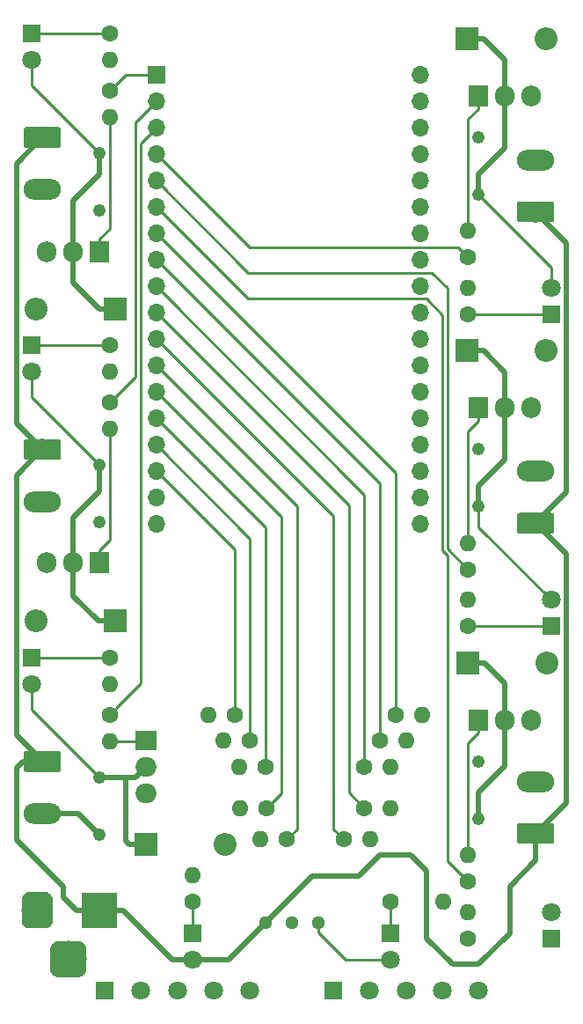
<source format=gbr>
G04 #@! TF.GenerationSoftware,KiCad,Pcbnew,(5.1.4)-1*
G04 #@! TF.CreationDate,2020-02-24T00:27:31+00:00*
G04 #@! TF.ProjectId,SPS-BellDriver,5350532d-4265-46c6-9c44-72697665722e,1*
G04 #@! TF.SameCoordinates,Original*
G04 #@! TF.FileFunction,Copper,L1,Top*
G04 #@! TF.FilePolarity,Positive*
%FSLAX46Y46*%
G04 Gerber Fmt 4.6, Leading zero omitted, Abs format (unit mm)*
G04 Created by KiCad (PCBNEW (5.1.4)-1) date 2020-02-24 00:27:31*
%MOMM*%
%LPD*%
G04 APERTURE LIST*
%ADD10O,1.600000X1.600000*%
%ADD11C,1.600000*%
%ADD12O,1.700000X1.700000*%
%ADD13R,1.700000X1.700000*%
%ADD14O,2.200000X2.200000*%
%ADD15R,2.200000X2.200000*%
%ADD16C,1.800000*%
%ADD17R,1.800000X1.800000*%
%ADD18C,1.280000*%
%ADD19C,1.217000*%
%ADD20O,1.905000X2.000000*%
%ADD21R,1.905000X2.000000*%
%ADD22O,2.000000X1.905000*%
%ADD23R,2.000000X1.905000*%
%ADD24C,0.100000*%
%ADD25C,3.500000*%
%ADD26C,3.000000*%
%ADD27R,3.500000X3.500000*%
%ADD28O,3.600000X2.000000*%
%ADD29C,2.000000*%
%ADD30C,0.250000*%
%ADD31C,0.500000*%
G04 APERTURE END LIST*
D10*
X70580000Y-111000000D03*
D11*
X65500000Y-111000000D03*
D12*
X68400000Y-31500000D03*
X68400000Y-69600000D03*
X68400000Y-59440000D03*
X68400000Y-74680000D03*
X68400000Y-67060000D03*
X68400000Y-64520000D03*
X68400000Y-61980000D03*
X68400000Y-56900000D03*
X68400000Y-72140000D03*
X68400000Y-46740000D03*
X68400000Y-44200000D03*
X68400000Y-39120000D03*
X68400000Y-36580000D03*
X68400000Y-54360000D03*
X68400000Y-51820000D03*
X68400000Y-49280000D03*
X68400000Y-34040000D03*
X68400000Y-41660000D03*
X43000000Y-74680000D03*
X43000000Y-72140000D03*
X43000000Y-69600000D03*
X43000000Y-67060000D03*
X43000000Y-64520000D03*
X43000000Y-61980000D03*
X43000000Y-59440000D03*
X43000000Y-56900000D03*
X43000000Y-54360000D03*
X43000000Y-51820000D03*
X43000000Y-49280000D03*
X43000000Y-46740000D03*
X43000000Y-44200000D03*
X43000000Y-41660000D03*
X43000000Y-39120000D03*
X43000000Y-36580000D03*
X43000000Y-34040000D03*
D13*
X43000000Y-31500000D03*
D14*
X31380000Y-54000000D03*
D15*
X39000000Y-54000000D03*
D14*
X31380000Y-84000000D03*
D15*
X39000000Y-84000000D03*
D14*
X49620000Y-105500000D03*
D15*
X42000000Y-105500000D03*
D14*
X80500000Y-28000000D03*
D15*
X72880000Y-28000000D03*
D14*
X80500000Y-58000000D03*
D15*
X72880000Y-58000000D03*
D14*
X80620000Y-88000000D03*
D15*
X73000000Y-88000000D03*
D16*
X65500000Y-116540000D03*
D17*
X65500000Y-114000000D03*
D16*
X31000000Y-60040000D03*
D17*
X31000000Y-57500000D03*
D16*
X81000000Y-51960000D03*
D17*
X81000000Y-54500000D03*
D16*
X81000000Y-111960000D03*
D17*
X81000000Y-114500000D03*
D16*
X46500000Y-116540000D03*
D17*
X46500000Y-114000000D03*
D18*
X58540000Y-113000000D03*
X56000000Y-113000000D03*
X53460000Y-113000000D03*
D19*
X37500000Y-39000000D03*
X37500000Y-44500000D03*
X37500000Y-69000000D03*
X37500000Y-74500000D03*
X37500000Y-99000000D03*
X37500000Y-104500000D03*
X74000000Y-43000000D03*
X74000000Y-37500000D03*
X74000000Y-73000000D03*
X74000000Y-67500000D03*
X74000000Y-103000000D03*
X74000000Y-97500000D03*
D10*
X38500000Y-35540000D03*
D11*
X38500000Y-33000000D03*
D10*
X38500000Y-30040000D03*
D11*
X38500000Y-27500000D03*
D10*
X53000000Y-105000000D03*
D11*
X55540000Y-105000000D03*
D10*
X51000000Y-102000000D03*
D11*
X53540000Y-102000000D03*
D10*
X38500000Y-65500000D03*
D11*
X38500000Y-62960000D03*
D10*
X38500000Y-60040000D03*
D11*
X38500000Y-57500000D03*
D10*
X50960000Y-98000000D03*
D11*
X53500000Y-98000000D03*
D10*
X49460000Y-95500000D03*
D11*
X52000000Y-95500000D03*
D10*
X47960000Y-93000000D03*
D11*
X50500000Y-93000000D03*
D10*
X38500000Y-95540000D03*
D11*
X38500000Y-93000000D03*
D10*
X38500000Y-90040000D03*
D11*
X38500000Y-87500000D03*
D10*
X68540000Y-93000000D03*
D11*
X66000000Y-93000000D03*
D10*
X73000000Y-46500000D03*
D11*
X73000000Y-49040000D03*
D10*
X73000000Y-51960000D03*
D11*
X73000000Y-54500000D03*
D10*
X67040000Y-95500000D03*
D11*
X64500000Y-95500000D03*
D10*
X65540000Y-98000000D03*
D11*
X63000000Y-98000000D03*
D10*
X73000000Y-76500000D03*
D11*
X73000000Y-79040000D03*
D10*
X65540000Y-102000000D03*
D11*
X63000000Y-102000000D03*
D10*
X73000000Y-81960000D03*
D11*
X73000000Y-84500000D03*
D10*
X63540000Y-105000000D03*
D11*
X61000000Y-105000000D03*
X73000000Y-109040000D03*
D10*
X73000000Y-106500000D03*
X73000000Y-112000000D03*
D11*
X73000000Y-114540000D03*
D10*
X46500000Y-108460000D03*
D11*
X46500000Y-111000000D03*
D20*
X79080000Y-33500000D03*
X76540000Y-33500000D03*
D21*
X74000000Y-33500000D03*
D20*
X79080000Y-93500000D03*
X76540000Y-93500000D03*
D21*
X74000000Y-93500000D03*
D20*
X32420000Y-78420000D03*
X34960000Y-78420000D03*
D21*
X37500000Y-78420000D03*
D22*
X42000000Y-100540000D03*
X42000000Y-98000000D03*
D23*
X42000000Y-95460000D03*
D20*
X32420000Y-48500000D03*
X34960000Y-48500000D03*
D21*
X37500000Y-48500000D03*
D20*
X79080000Y-63500000D03*
X76540000Y-63500000D03*
D21*
X74000000Y-63500000D03*
D16*
X74000000Y-119500000D03*
X70500000Y-119500000D03*
X67000000Y-119500000D03*
X63500000Y-119500000D03*
D17*
X60000000Y-119500000D03*
D16*
X52000000Y-119500000D03*
X48500000Y-119500000D03*
X45000000Y-119500000D03*
X41500000Y-119500000D03*
D17*
X38000000Y-119500000D03*
D16*
X31000000Y-30040000D03*
D17*
X31000000Y-27500000D03*
D16*
X31000000Y-90040000D03*
D17*
X31000000Y-87500000D03*
D16*
X81000000Y-81960000D03*
D17*
X81000000Y-84500000D03*
D24*
G36*
X35460765Y-114754213D02*
G01*
X35545704Y-114766813D01*
X35628999Y-114787677D01*
X35709848Y-114816605D01*
X35787472Y-114853319D01*
X35861124Y-114897464D01*
X35930094Y-114948616D01*
X35993718Y-115006282D01*
X36051384Y-115069906D01*
X36102536Y-115138876D01*
X36146681Y-115212528D01*
X36183395Y-115290152D01*
X36212323Y-115371001D01*
X36233187Y-115454296D01*
X36245787Y-115539235D01*
X36250000Y-115625000D01*
X36250000Y-117375000D01*
X36245787Y-117460765D01*
X36233187Y-117545704D01*
X36212323Y-117628999D01*
X36183395Y-117709848D01*
X36146681Y-117787472D01*
X36102536Y-117861124D01*
X36051384Y-117930094D01*
X35993718Y-117993718D01*
X35930094Y-118051384D01*
X35861124Y-118102536D01*
X35787472Y-118146681D01*
X35709848Y-118183395D01*
X35628999Y-118212323D01*
X35545704Y-118233187D01*
X35460765Y-118245787D01*
X35375000Y-118250000D01*
X33625000Y-118250000D01*
X33539235Y-118245787D01*
X33454296Y-118233187D01*
X33371001Y-118212323D01*
X33290152Y-118183395D01*
X33212528Y-118146681D01*
X33138876Y-118102536D01*
X33069906Y-118051384D01*
X33006282Y-117993718D01*
X32948616Y-117930094D01*
X32897464Y-117861124D01*
X32853319Y-117787472D01*
X32816605Y-117709848D01*
X32787677Y-117628999D01*
X32766813Y-117545704D01*
X32754213Y-117460765D01*
X32750000Y-117375000D01*
X32750000Y-115625000D01*
X32754213Y-115539235D01*
X32766813Y-115454296D01*
X32787677Y-115371001D01*
X32816605Y-115290152D01*
X32853319Y-115212528D01*
X32897464Y-115138876D01*
X32948616Y-115069906D01*
X33006282Y-115006282D01*
X33069906Y-114948616D01*
X33138876Y-114897464D01*
X33212528Y-114853319D01*
X33290152Y-114816605D01*
X33371001Y-114787677D01*
X33454296Y-114766813D01*
X33539235Y-114754213D01*
X33625000Y-114750000D01*
X35375000Y-114750000D01*
X35460765Y-114754213D01*
X35460765Y-114754213D01*
G37*
D25*
X34500000Y-116500000D03*
D24*
G36*
X32323513Y-110053611D02*
G01*
X32396318Y-110064411D01*
X32467714Y-110082295D01*
X32537013Y-110107090D01*
X32603548Y-110138559D01*
X32666678Y-110176398D01*
X32725795Y-110220242D01*
X32780330Y-110269670D01*
X32829758Y-110324205D01*
X32873602Y-110383322D01*
X32911441Y-110446452D01*
X32942910Y-110512987D01*
X32967705Y-110582286D01*
X32985589Y-110653682D01*
X32996389Y-110726487D01*
X33000000Y-110800000D01*
X33000000Y-112800000D01*
X32996389Y-112873513D01*
X32985589Y-112946318D01*
X32967705Y-113017714D01*
X32942910Y-113087013D01*
X32911441Y-113153548D01*
X32873602Y-113216678D01*
X32829758Y-113275795D01*
X32780330Y-113330330D01*
X32725795Y-113379758D01*
X32666678Y-113423602D01*
X32603548Y-113461441D01*
X32537013Y-113492910D01*
X32467714Y-113517705D01*
X32396318Y-113535589D01*
X32323513Y-113546389D01*
X32250000Y-113550000D01*
X30750000Y-113550000D01*
X30676487Y-113546389D01*
X30603682Y-113535589D01*
X30532286Y-113517705D01*
X30462987Y-113492910D01*
X30396452Y-113461441D01*
X30333322Y-113423602D01*
X30274205Y-113379758D01*
X30219670Y-113330330D01*
X30170242Y-113275795D01*
X30126398Y-113216678D01*
X30088559Y-113153548D01*
X30057090Y-113087013D01*
X30032295Y-113017714D01*
X30014411Y-112946318D01*
X30003611Y-112873513D01*
X30000000Y-112800000D01*
X30000000Y-110800000D01*
X30003611Y-110726487D01*
X30014411Y-110653682D01*
X30032295Y-110582286D01*
X30057090Y-110512987D01*
X30088559Y-110446452D01*
X30126398Y-110383322D01*
X30170242Y-110324205D01*
X30219670Y-110269670D01*
X30274205Y-110220242D01*
X30333322Y-110176398D01*
X30396452Y-110138559D01*
X30462987Y-110107090D01*
X30532286Y-110082295D01*
X30603682Y-110064411D01*
X30676487Y-110053611D01*
X30750000Y-110050000D01*
X32250000Y-110050000D01*
X32323513Y-110053611D01*
X32323513Y-110053611D01*
G37*
D26*
X31500000Y-111800000D03*
D27*
X37500000Y-111800000D03*
D28*
X32000000Y-42500000D03*
D24*
G36*
X33574504Y-36501204D02*
G01*
X33598773Y-36504804D01*
X33622571Y-36510765D01*
X33645671Y-36519030D01*
X33667849Y-36529520D01*
X33688893Y-36542133D01*
X33708598Y-36556747D01*
X33726777Y-36573223D01*
X33743253Y-36591402D01*
X33757867Y-36611107D01*
X33770480Y-36632151D01*
X33780970Y-36654329D01*
X33789235Y-36677429D01*
X33795196Y-36701227D01*
X33798796Y-36725496D01*
X33800000Y-36750000D01*
X33800000Y-38250000D01*
X33798796Y-38274504D01*
X33795196Y-38298773D01*
X33789235Y-38322571D01*
X33780970Y-38345671D01*
X33770480Y-38367849D01*
X33757867Y-38388893D01*
X33743253Y-38408598D01*
X33726777Y-38426777D01*
X33708598Y-38443253D01*
X33688893Y-38457867D01*
X33667849Y-38470480D01*
X33645671Y-38480970D01*
X33622571Y-38489235D01*
X33598773Y-38495196D01*
X33574504Y-38498796D01*
X33550000Y-38500000D01*
X30450000Y-38500000D01*
X30425496Y-38498796D01*
X30401227Y-38495196D01*
X30377429Y-38489235D01*
X30354329Y-38480970D01*
X30332151Y-38470480D01*
X30311107Y-38457867D01*
X30291402Y-38443253D01*
X30273223Y-38426777D01*
X30256747Y-38408598D01*
X30242133Y-38388893D01*
X30229520Y-38367849D01*
X30219030Y-38345671D01*
X30210765Y-38322571D01*
X30204804Y-38298773D01*
X30201204Y-38274504D01*
X30200000Y-38250000D01*
X30200000Y-36750000D01*
X30201204Y-36725496D01*
X30204804Y-36701227D01*
X30210765Y-36677429D01*
X30219030Y-36654329D01*
X30229520Y-36632151D01*
X30242133Y-36611107D01*
X30256747Y-36591402D01*
X30273223Y-36573223D01*
X30291402Y-36556747D01*
X30311107Y-36542133D01*
X30332151Y-36529520D01*
X30354329Y-36519030D01*
X30377429Y-36510765D01*
X30401227Y-36504804D01*
X30425496Y-36501204D01*
X30450000Y-36500000D01*
X33550000Y-36500000D01*
X33574504Y-36501204D01*
X33574504Y-36501204D01*
G37*
D29*
X32000000Y-37500000D03*
D28*
X32000000Y-72500000D03*
D24*
G36*
X33574504Y-66501204D02*
G01*
X33598773Y-66504804D01*
X33622571Y-66510765D01*
X33645671Y-66519030D01*
X33667849Y-66529520D01*
X33688893Y-66542133D01*
X33708598Y-66556747D01*
X33726777Y-66573223D01*
X33743253Y-66591402D01*
X33757867Y-66611107D01*
X33770480Y-66632151D01*
X33780970Y-66654329D01*
X33789235Y-66677429D01*
X33795196Y-66701227D01*
X33798796Y-66725496D01*
X33800000Y-66750000D01*
X33800000Y-68250000D01*
X33798796Y-68274504D01*
X33795196Y-68298773D01*
X33789235Y-68322571D01*
X33780970Y-68345671D01*
X33770480Y-68367849D01*
X33757867Y-68388893D01*
X33743253Y-68408598D01*
X33726777Y-68426777D01*
X33708598Y-68443253D01*
X33688893Y-68457867D01*
X33667849Y-68470480D01*
X33645671Y-68480970D01*
X33622571Y-68489235D01*
X33598773Y-68495196D01*
X33574504Y-68498796D01*
X33550000Y-68500000D01*
X30450000Y-68500000D01*
X30425496Y-68498796D01*
X30401227Y-68495196D01*
X30377429Y-68489235D01*
X30354329Y-68480970D01*
X30332151Y-68470480D01*
X30311107Y-68457867D01*
X30291402Y-68443253D01*
X30273223Y-68426777D01*
X30256747Y-68408598D01*
X30242133Y-68388893D01*
X30229520Y-68367849D01*
X30219030Y-68345671D01*
X30210765Y-68322571D01*
X30204804Y-68298773D01*
X30201204Y-68274504D01*
X30200000Y-68250000D01*
X30200000Y-66750000D01*
X30201204Y-66725496D01*
X30204804Y-66701227D01*
X30210765Y-66677429D01*
X30219030Y-66654329D01*
X30229520Y-66632151D01*
X30242133Y-66611107D01*
X30256747Y-66591402D01*
X30273223Y-66573223D01*
X30291402Y-66556747D01*
X30311107Y-66542133D01*
X30332151Y-66529520D01*
X30354329Y-66519030D01*
X30377429Y-66510765D01*
X30401227Y-66504804D01*
X30425496Y-66501204D01*
X30450000Y-66500000D01*
X33550000Y-66500000D01*
X33574504Y-66501204D01*
X33574504Y-66501204D01*
G37*
D29*
X32000000Y-67500000D03*
D28*
X32000000Y-102500000D03*
D24*
G36*
X33574504Y-96501204D02*
G01*
X33598773Y-96504804D01*
X33622571Y-96510765D01*
X33645671Y-96519030D01*
X33667849Y-96529520D01*
X33688893Y-96542133D01*
X33708598Y-96556747D01*
X33726777Y-96573223D01*
X33743253Y-96591402D01*
X33757867Y-96611107D01*
X33770480Y-96632151D01*
X33780970Y-96654329D01*
X33789235Y-96677429D01*
X33795196Y-96701227D01*
X33798796Y-96725496D01*
X33800000Y-96750000D01*
X33800000Y-98250000D01*
X33798796Y-98274504D01*
X33795196Y-98298773D01*
X33789235Y-98322571D01*
X33780970Y-98345671D01*
X33770480Y-98367849D01*
X33757867Y-98388893D01*
X33743253Y-98408598D01*
X33726777Y-98426777D01*
X33708598Y-98443253D01*
X33688893Y-98457867D01*
X33667849Y-98470480D01*
X33645671Y-98480970D01*
X33622571Y-98489235D01*
X33598773Y-98495196D01*
X33574504Y-98498796D01*
X33550000Y-98500000D01*
X30450000Y-98500000D01*
X30425496Y-98498796D01*
X30401227Y-98495196D01*
X30377429Y-98489235D01*
X30354329Y-98480970D01*
X30332151Y-98470480D01*
X30311107Y-98457867D01*
X30291402Y-98443253D01*
X30273223Y-98426777D01*
X30256747Y-98408598D01*
X30242133Y-98388893D01*
X30229520Y-98367849D01*
X30219030Y-98345671D01*
X30210765Y-98322571D01*
X30204804Y-98298773D01*
X30201204Y-98274504D01*
X30200000Y-98250000D01*
X30200000Y-96750000D01*
X30201204Y-96725496D01*
X30204804Y-96701227D01*
X30210765Y-96677429D01*
X30219030Y-96654329D01*
X30229520Y-96632151D01*
X30242133Y-96611107D01*
X30256747Y-96591402D01*
X30273223Y-96573223D01*
X30291402Y-96556747D01*
X30311107Y-96542133D01*
X30332151Y-96529520D01*
X30354329Y-96519030D01*
X30377429Y-96510765D01*
X30401227Y-96504804D01*
X30425496Y-96501204D01*
X30450000Y-96500000D01*
X33550000Y-96500000D01*
X33574504Y-96501204D01*
X33574504Y-96501204D01*
G37*
D29*
X32000000Y-97500000D03*
D28*
X79500000Y-39648000D03*
D24*
G36*
X81074504Y-43649204D02*
G01*
X81098773Y-43652804D01*
X81122571Y-43658765D01*
X81145671Y-43667030D01*
X81167849Y-43677520D01*
X81188893Y-43690133D01*
X81208598Y-43704747D01*
X81226777Y-43721223D01*
X81243253Y-43739402D01*
X81257867Y-43759107D01*
X81270480Y-43780151D01*
X81280970Y-43802329D01*
X81289235Y-43825429D01*
X81295196Y-43849227D01*
X81298796Y-43873496D01*
X81300000Y-43898000D01*
X81300000Y-45398000D01*
X81298796Y-45422504D01*
X81295196Y-45446773D01*
X81289235Y-45470571D01*
X81280970Y-45493671D01*
X81270480Y-45515849D01*
X81257867Y-45536893D01*
X81243253Y-45556598D01*
X81226777Y-45574777D01*
X81208598Y-45591253D01*
X81188893Y-45605867D01*
X81167849Y-45618480D01*
X81145671Y-45628970D01*
X81122571Y-45637235D01*
X81098773Y-45643196D01*
X81074504Y-45646796D01*
X81050000Y-45648000D01*
X77950000Y-45648000D01*
X77925496Y-45646796D01*
X77901227Y-45643196D01*
X77877429Y-45637235D01*
X77854329Y-45628970D01*
X77832151Y-45618480D01*
X77811107Y-45605867D01*
X77791402Y-45591253D01*
X77773223Y-45574777D01*
X77756747Y-45556598D01*
X77742133Y-45536893D01*
X77729520Y-45515849D01*
X77719030Y-45493671D01*
X77710765Y-45470571D01*
X77704804Y-45446773D01*
X77701204Y-45422504D01*
X77700000Y-45398000D01*
X77700000Y-43898000D01*
X77701204Y-43873496D01*
X77704804Y-43849227D01*
X77710765Y-43825429D01*
X77719030Y-43802329D01*
X77729520Y-43780151D01*
X77742133Y-43759107D01*
X77756747Y-43739402D01*
X77773223Y-43721223D01*
X77791402Y-43704747D01*
X77811107Y-43690133D01*
X77832151Y-43677520D01*
X77854329Y-43667030D01*
X77877429Y-43658765D01*
X77901227Y-43652804D01*
X77925496Y-43649204D01*
X77950000Y-43648000D01*
X81050000Y-43648000D01*
X81074504Y-43649204D01*
X81074504Y-43649204D01*
G37*
D29*
X79500000Y-44648000D03*
D28*
X79500000Y-69596000D03*
D24*
G36*
X81074504Y-73597204D02*
G01*
X81098773Y-73600804D01*
X81122571Y-73606765D01*
X81145671Y-73615030D01*
X81167849Y-73625520D01*
X81188893Y-73638133D01*
X81208598Y-73652747D01*
X81226777Y-73669223D01*
X81243253Y-73687402D01*
X81257867Y-73707107D01*
X81270480Y-73728151D01*
X81280970Y-73750329D01*
X81289235Y-73773429D01*
X81295196Y-73797227D01*
X81298796Y-73821496D01*
X81300000Y-73846000D01*
X81300000Y-75346000D01*
X81298796Y-75370504D01*
X81295196Y-75394773D01*
X81289235Y-75418571D01*
X81280970Y-75441671D01*
X81270480Y-75463849D01*
X81257867Y-75484893D01*
X81243253Y-75504598D01*
X81226777Y-75522777D01*
X81208598Y-75539253D01*
X81188893Y-75553867D01*
X81167849Y-75566480D01*
X81145671Y-75576970D01*
X81122571Y-75585235D01*
X81098773Y-75591196D01*
X81074504Y-75594796D01*
X81050000Y-75596000D01*
X77950000Y-75596000D01*
X77925496Y-75594796D01*
X77901227Y-75591196D01*
X77877429Y-75585235D01*
X77854329Y-75576970D01*
X77832151Y-75566480D01*
X77811107Y-75553867D01*
X77791402Y-75539253D01*
X77773223Y-75522777D01*
X77756747Y-75504598D01*
X77742133Y-75484893D01*
X77729520Y-75463849D01*
X77719030Y-75441671D01*
X77710765Y-75418571D01*
X77704804Y-75394773D01*
X77701204Y-75370504D01*
X77700000Y-75346000D01*
X77700000Y-73846000D01*
X77701204Y-73821496D01*
X77704804Y-73797227D01*
X77710765Y-73773429D01*
X77719030Y-73750329D01*
X77729520Y-73728151D01*
X77742133Y-73707107D01*
X77756747Y-73687402D01*
X77773223Y-73669223D01*
X77791402Y-73652747D01*
X77811107Y-73638133D01*
X77832151Y-73625520D01*
X77854329Y-73615030D01*
X77877429Y-73606765D01*
X77901227Y-73600804D01*
X77925496Y-73597204D01*
X77950000Y-73596000D01*
X81050000Y-73596000D01*
X81074504Y-73597204D01*
X81074504Y-73597204D01*
G37*
D29*
X79500000Y-74596000D03*
D28*
X79500000Y-99425000D03*
D24*
G36*
X81074504Y-103426204D02*
G01*
X81098773Y-103429804D01*
X81122571Y-103435765D01*
X81145671Y-103444030D01*
X81167849Y-103454520D01*
X81188893Y-103467133D01*
X81208598Y-103481747D01*
X81226777Y-103498223D01*
X81243253Y-103516402D01*
X81257867Y-103536107D01*
X81270480Y-103557151D01*
X81280970Y-103579329D01*
X81289235Y-103602429D01*
X81295196Y-103626227D01*
X81298796Y-103650496D01*
X81300000Y-103675000D01*
X81300000Y-105175000D01*
X81298796Y-105199504D01*
X81295196Y-105223773D01*
X81289235Y-105247571D01*
X81280970Y-105270671D01*
X81270480Y-105292849D01*
X81257867Y-105313893D01*
X81243253Y-105333598D01*
X81226777Y-105351777D01*
X81208598Y-105368253D01*
X81188893Y-105382867D01*
X81167849Y-105395480D01*
X81145671Y-105405970D01*
X81122571Y-105414235D01*
X81098773Y-105420196D01*
X81074504Y-105423796D01*
X81050000Y-105425000D01*
X77950000Y-105425000D01*
X77925496Y-105423796D01*
X77901227Y-105420196D01*
X77877429Y-105414235D01*
X77854329Y-105405970D01*
X77832151Y-105395480D01*
X77811107Y-105382867D01*
X77791402Y-105368253D01*
X77773223Y-105351777D01*
X77756747Y-105333598D01*
X77742133Y-105313893D01*
X77729520Y-105292849D01*
X77719030Y-105270671D01*
X77710765Y-105247571D01*
X77704804Y-105223773D01*
X77701204Y-105199504D01*
X77700000Y-105175000D01*
X77700000Y-103675000D01*
X77701204Y-103650496D01*
X77704804Y-103626227D01*
X77710765Y-103602429D01*
X77719030Y-103579329D01*
X77729520Y-103557151D01*
X77742133Y-103536107D01*
X77756747Y-103516402D01*
X77773223Y-103498223D01*
X77791402Y-103481747D01*
X77811107Y-103467133D01*
X77832151Y-103454520D01*
X77854329Y-103444030D01*
X77877429Y-103435765D01*
X77901227Y-103429804D01*
X77925496Y-103426204D01*
X77950000Y-103425000D01*
X81050000Y-103425000D01*
X81074504Y-103426204D01*
X81074504Y-103426204D01*
G37*
D29*
X79500000Y-104425000D03*
D30*
X50500000Y-77100000D02*
X50500000Y-93000000D01*
X43000000Y-69600000D02*
X50500000Y-77100000D01*
X56500000Y-104040000D02*
X55540000Y-105000000D01*
X43000000Y-59440000D02*
X56500000Y-72940000D01*
X56500000Y-72940000D02*
X56500000Y-104040000D01*
X52000000Y-76060000D02*
X52000000Y-95500000D01*
X43000000Y-67060000D02*
X52000000Y-76060000D01*
X53500000Y-75020000D02*
X53500000Y-98000000D01*
X43000000Y-64520000D02*
X53500000Y-75020000D01*
X55000000Y-100540000D02*
X53540000Y-102000000D01*
X43000000Y-61980000D02*
X55000000Y-73980000D01*
X55000000Y-73980000D02*
X55000000Y-100540000D01*
X60000000Y-104000000D02*
X61000000Y-105000000D01*
X43000000Y-56900000D02*
X60000000Y-73900000D01*
X60000000Y-73900000D02*
X60000000Y-104000000D01*
X66000000Y-69740000D02*
X66000000Y-93000000D01*
X43000000Y-46740000D02*
X66000000Y-69740000D01*
X71000000Y-107040000D02*
X73000000Y-109040000D01*
X51800000Y-53000000D02*
X69000000Y-53000000D01*
X43000000Y-44200000D02*
X51800000Y-53000000D01*
X69000000Y-53000000D02*
X70549990Y-54549990D01*
X70549990Y-54549990D02*
X70549991Y-77226401D01*
X70549991Y-77226401D02*
X71000000Y-77676410D01*
X71000000Y-77676410D02*
X71000000Y-107040000D01*
X72200001Y-48240001D02*
X73000000Y-49040000D01*
X72064999Y-48104999D02*
X72200001Y-48240001D01*
X51984999Y-48104999D02*
X72064999Y-48104999D01*
X43000000Y-39120000D02*
X51984999Y-48104999D01*
X39299999Y-92200001D02*
X38500000Y-93000000D01*
X41500000Y-90000000D02*
X39299999Y-92200001D01*
X41500000Y-38080000D02*
X41500000Y-90000000D01*
X43000000Y-36580000D02*
X41500000Y-38080000D01*
X61500000Y-100500000D02*
X63000000Y-102000000D01*
X43000000Y-54360000D02*
X61500000Y-72860000D01*
X61500000Y-72860000D02*
X61500000Y-100500000D01*
X63000000Y-71820000D02*
X63000000Y-98000000D01*
X43000000Y-51820000D02*
X63000000Y-71820000D01*
X64500000Y-70780000D02*
X64500000Y-95500000D01*
X43000000Y-49280000D02*
X64500000Y-70780000D01*
X40425001Y-61034999D02*
X40465001Y-61034999D01*
X38500000Y-62960000D02*
X40425001Y-61034999D01*
X40465001Y-61034999D02*
X41000000Y-60500000D01*
X41000000Y-36040000D02*
X43000000Y-34040000D01*
X41000000Y-60500000D02*
X41000000Y-36040000D01*
X71000000Y-77040000D02*
X73000000Y-79040000D01*
X71000000Y-52000000D02*
X71000000Y-77040000D01*
X69500000Y-50500000D02*
X71000000Y-52000000D01*
X43000000Y-41660000D02*
X51840000Y-50500000D01*
X51840000Y-50500000D02*
X69500000Y-50500000D01*
X40000000Y-31500000D02*
X43000000Y-31500000D01*
X38500000Y-33000000D02*
X40000000Y-31500000D01*
X73000000Y-105368630D02*
X73000000Y-106500000D01*
X73000000Y-95750000D02*
X73000000Y-105368630D01*
X74000000Y-94750000D02*
X73000000Y-95750000D01*
X74000000Y-93500000D02*
X74000000Y-94750000D01*
X64227208Y-116540000D02*
X65500000Y-116540000D01*
X61174904Y-116540000D02*
X64227208Y-116540000D01*
X58540000Y-113905096D02*
X61174904Y-116540000D01*
X58540000Y-113000000D02*
X58540000Y-113905096D01*
D31*
X32000000Y-37500000D02*
X29510010Y-39989990D01*
X29510010Y-65010010D02*
X32000000Y-67500000D01*
X29510010Y-39989990D02*
X29510010Y-65010010D01*
X30929290Y-96429290D02*
X32000000Y-97500000D01*
X29510010Y-95010010D02*
X30929290Y-96429290D01*
X29510010Y-69989990D02*
X29510010Y-95010010D01*
X32000000Y-67500000D02*
X29510010Y-69989990D01*
X32000000Y-97500000D02*
X30100000Y-97500000D01*
X30100000Y-97500000D02*
X29510010Y-98089990D01*
X29510010Y-98089990D02*
X29510010Y-105010010D01*
X35250000Y-111800000D02*
X37500000Y-111800000D01*
X29510010Y-105010010D02*
X34000000Y-109500000D01*
X34000000Y-109500000D02*
X34000000Y-110550000D01*
X34000000Y-110550000D02*
X35250000Y-111800000D01*
X79500000Y-104425000D02*
X82425000Y-101500000D01*
X82425000Y-77521000D02*
X79500000Y-74596000D01*
X82425000Y-101500000D02*
X82425000Y-77521000D01*
X79500000Y-74596000D02*
X82489990Y-71606010D01*
X82489990Y-47637990D02*
X79500000Y-44648000D01*
X82489990Y-71606010D02*
X82489990Y-47637990D01*
X44490000Y-116540000D02*
X46500000Y-116540000D01*
X37500000Y-111800000D02*
X39750000Y-111800000D01*
X39750000Y-111800000D02*
X44490000Y-116540000D01*
X49920000Y-116540000D02*
X53460000Y-113000000D01*
X46500000Y-116540000D02*
X49920000Y-116540000D01*
X53460000Y-113000000D02*
X57960000Y-108500000D01*
X57960000Y-108500000D02*
X62500000Y-108500000D01*
X62500000Y-108500000D02*
X64500000Y-106500000D01*
X64500000Y-106500000D02*
X67500000Y-106500000D01*
X67500000Y-106500000D02*
X69000000Y-108000000D01*
X69000000Y-108000000D02*
X69000000Y-114500000D01*
X69000000Y-114500000D02*
X71500000Y-117000000D01*
X71500000Y-117000000D02*
X74000000Y-117000000D01*
X74000000Y-117000000D02*
X77000000Y-114000000D01*
X77000000Y-114000000D02*
X77000000Y-109500000D01*
X79500000Y-107000000D02*
X79500000Y-104425000D01*
X77000000Y-109500000D02*
X79500000Y-107000000D01*
D30*
X46500000Y-112850000D02*
X46500000Y-111000000D01*
X46500000Y-114000000D02*
X46500000Y-112850000D01*
D31*
X35500000Y-102500000D02*
X37500000Y-104500000D01*
X32000000Y-102500000D02*
X35500000Y-102500000D01*
D30*
X73000000Y-75368630D02*
X73000000Y-76500000D01*
X73000000Y-65750000D02*
X73000000Y-75368630D01*
X74000000Y-64750000D02*
X73000000Y-65750000D01*
X74000000Y-63500000D02*
X74000000Y-64750000D01*
X73000000Y-45368630D02*
X73000000Y-46500000D01*
X73000000Y-35750000D02*
X73000000Y-45368630D01*
X74000000Y-34750000D02*
X73000000Y-35750000D01*
X74000000Y-33500000D02*
X74000000Y-34750000D01*
X41920000Y-95540000D02*
X42000000Y-95460000D01*
X38500000Y-95540000D02*
X41920000Y-95540000D01*
X38500000Y-66631370D02*
X38500000Y-65500000D01*
X38500000Y-76170000D02*
X38500000Y-66631370D01*
X37500000Y-77170000D02*
X38500000Y-76170000D01*
X37500000Y-78420000D02*
X37500000Y-77170000D01*
X38500000Y-36671370D02*
X38500000Y-35540000D01*
X38500000Y-46250000D02*
X38500000Y-36671370D01*
X37500000Y-47250000D02*
X38500000Y-46250000D01*
X37500000Y-48500000D02*
X37500000Y-47250000D01*
D31*
X76540000Y-93500000D02*
X76540000Y-97960000D01*
X76540000Y-97960000D02*
X74000000Y-100500000D01*
X74000000Y-100500000D02*
X74000000Y-103000000D01*
X76540000Y-92000000D02*
X76540000Y-93500000D01*
X76540000Y-89940000D02*
X76540000Y-92000000D01*
X74600000Y-88000000D02*
X76540000Y-89940000D01*
X73000000Y-88000000D02*
X74600000Y-88000000D01*
D30*
X73040000Y-114500000D02*
X73000000Y-114540000D01*
X81000000Y-84500000D02*
X73000000Y-84500000D01*
X79850000Y-54500000D02*
X73000000Y-54500000D01*
X81000000Y-54500000D02*
X79850000Y-54500000D01*
X31000000Y-87500000D02*
X38500000Y-87500000D01*
X31000000Y-57500000D02*
X38500000Y-57500000D01*
X32150000Y-27500000D02*
X38500000Y-27500000D01*
X31000000Y-27500000D02*
X32150000Y-27500000D01*
D31*
X76540000Y-63500000D02*
X76540000Y-68460000D01*
X76540000Y-68460000D02*
X74000000Y-71000000D01*
X74000000Y-71000000D02*
X74000000Y-73000000D01*
X76540000Y-62000000D02*
X76540000Y-63500000D01*
X76540000Y-60060000D02*
X76540000Y-62000000D01*
X74480000Y-58000000D02*
X76540000Y-60060000D01*
X72880000Y-58000000D02*
X74480000Y-58000000D01*
D30*
X74000000Y-74960000D02*
X81000000Y-81960000D01*
X74000000Y-73000000D02*
X74000000Y-74960000D01*
D31*
X74000000Y-41000000D02*
X74000000Y-43000000D01*
X76540000Y-33500000D02*
X76540000Y-38460000D01*
X76540000Y-38460000D02*
X74000000Y-41000000D01*
X76540000Y-32000000D02*
X76540000Y-33500000D01*
X76540000Y-30060000D02*
X76540000Y-32000000D01*
X74480000Y-28000000D02*
X76540000Y-30060000D01*
X72880000Y-28000000D02*
X74480000Y-28000000D01*
D30*
X81000000Y-50000000D02*
X81000000Y-51960000D01*
X74000000Y-43000000D02*
X81000000Y-50000000D01*
D31*
X37500000Y-69000000D02*
X37500000Y-71500000D01*
X34960000Y-74040000D02*
X34960000Y-78420000D01*
X37500000Y-71500000D02*
X34960000Y-74040000D01*
X37400000Y-84000000D02*
X39000000Y-84000000D01*
X34960000Y-81560000D02*
X37400000Y-84000000D01*
X34960000Y-78420000D02*
X34960000Y-81560000D01*
D30*
X31000000Y-62500000D02*
X37500000Y-69000000D01*
X31000000Y-60040000D02*
X31000000Y-62500000D01*
D31*
X41000000Y-99000000D02*
X42000000Y-98000000D01*
X37500000Y-99000000D02*
X41000000Y-99000000D01*
X40400000Y-105500000D02*
X40000000Y-105100000D01*
X42000000Y-105500000D02*
X40400000Y-105500000D01*
X40000000Y-105100000D02*
X40000000Y-99000000D01*
D30*
X31000000Y-92500000D02*
X37500000Y-99000000D01*
X31000000Y-90040000D02*
X31000000Y-92500000D01*
D31*
X37500000Y-39000000D02*
X37500000Y-41000000D01*
X34960000Y-43540000D02*
X34960000Y-48500000D01*
X37500000Y-41000000D02*
X34960000Y-43540000D01*
X34960000Y-48500000D02*
X34960000Y-51460000D01*
X34960000Y-51460000D02*
X37500000Y-54000000D01*
X37500000Y-54000000D02*
X39000000Y-54000000D01*
D30*
X31000000Y-32500000D02*
X37500000Y-39000000D01*
X31000000Y-30040000D02*
X31000000Y-32500000D01*
X65500000Y-114000000D02*
X65500000Y-111000000D01*
M02*

</source>
